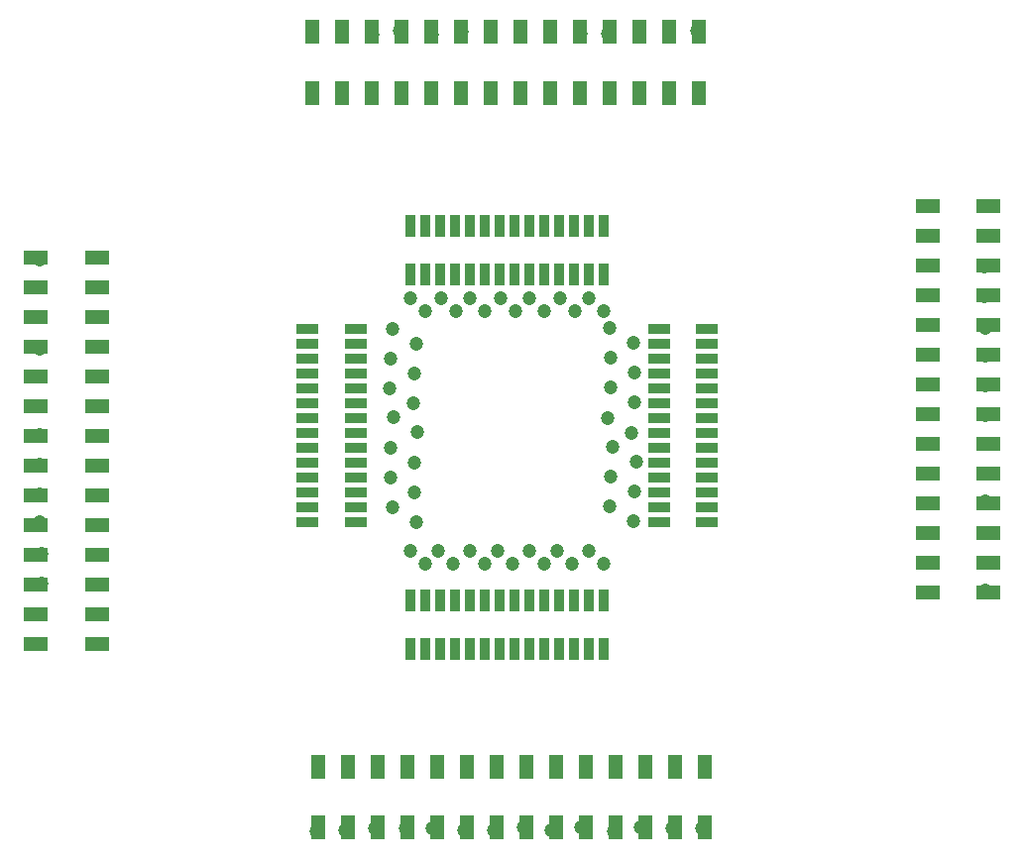
<source format=gts>
G04*
G04 #@! TF.GenerationSoftware,Altium Limited,Altium Designer,23.6.0 (18)*
G04*
G04 Layer_Color=8388736*
%FSLAX44Y44*%
%MOMM*%
G71*
G04*
G04 #@! TF.SameCoordinates,14FF5C31-A8A2-4FAE-BB4F-38B74BC4A96C*
G04*
G04*
G04 #@! TF.FilePolarity,Negative*
G04*
G01*
G75*
%ADD15R,2.0032X1.2032*%
%ADD16R,0.9432X1.9032*%
%ADD17R,1.2032X2.0032*%
%ADD18R,1.9032X0.9432*%
%ADD19C,1.2032*%
D15*
X843350Y262890D02*
D03*
Y288290D02*
D03*
X895350Y262890D02*
D03*
Y288290D02*
D03*
X843350Y339090D02*
D03*
X895350D02*
D03*
X843350Y364490D02*
D03*
X895350D02*
D03*
X843350Y440690D02*
D03*
X895350D02*
D03*
X843350Y491490D02*
D03*
X895350D02*
D03*
X843350Y567690D02*
D03*
X895350D02*
D03*
X843350Y593090D02*
D03*
X895350D02*
D03*
Y542290D02*
D03*
X843350D02*
D03*
X895350Y516890D02*
D03*
X843350D02*
D03*
X895350Y466090D02*
D03*
X843350D02*
D03*
X895350Y415290D02*
D03*
X843350D02*
D03*
X895350Y389890D02*
D03*
X843350D02*
D03*
X895350Y313690D02*
D03*
X843350D02*
D03*
X81950Y218440D02*
D03*
Y243840D02*
D03*
X133950Y218440D02*
D03*
Y243840D02*
D03*
X81950Y294640D02*
D03*
X133950D02*
D03*
X81950Y320040D02*
D03*
X133950D02*
D03*
X81950Y396240D02*
D03*
X133950D02*
D03*
X81950Y447040D02*
D03*
X133950D02*
D03*
X81950Y523240D02*
D03*
X133950D02*
D03*
X81950Y548640D02*
D03*
X133950D02*
D03*
Y497840D02*
D03*
X81950D02*
D03*
X133950Y472440D02*
D03*
X81950D02*
D03*
X133950Y421640D02*
D03*
X81950D02*
D03*
X133950Y370840D02*
D03*
X81950D02*
D03*
X133950Y345440D02*
D03*
X81950D02*
D03*
X133950Y269240D02*
D03*
X81950D02*
D03*
D16*
X465240Y214580D02*
D03*
X477940D02*
D03*
X465240Y255580D02*
D03*
X477940D02*
D03*
X490640Y214580D02*
D03*
Y255580D02*
D03*
X566840Y214580D02*
D03*
Y255580D02*
D03*
X554140D02*
D03*
X541440D02*
D03*
X554140Y214580D02*
D03*
X541440D02*
D03*
X528740Y255580D02*
D03*
Y214580D02*
D03*
X516040Y255580D02*
D03*
X503340D02*
D03*
X516040Y214580D02*
D03*
X503340D02*
D03*
X452540Y255580D02*
D03*
X439840D02*
D03*
X427140D02*
D03*
X414440D02*
D03*
X401740D02*
D03*
X452540Y214580D02*
D03*
X439840D02*
D03*
X427140D02*
D03*
X414440D02*
D03*
X401740D02*
D03*
X465240Y534580D02*
D03*
X477940D02*
D03*
X465240Y575580D02*
D03*
X477940D02*
D03*
X490640Y534580D02*
D03*
Y575580D02*
D03*
X566840Y534580D02*
D03*
Y575580D02*
D03*
X554140D02*
D03*
X541440D02*
D03*
X554140Y534580D02*
D03*
X541440D02*
D03*
X528740Y575580D02*
D03*
Y534580D02*
D03*
X516040Y575580D02*
D03*
X503340D02*
D03*
X516040Y534580D02*
D03*
X503340D02*
D03*
X452540Y575580D02*
D03*
X439840D02*
D03*
X427140D02*
D03*
X414440D02*
D03*
X401740D02*
D03*
X452540Y534580D02*
D03*
X439840D02*
D03*
X427140D02*
D03*
X414440D02*
D03*
X401740D02*
D03*
D17*
X652780Y61630D02*
D03*
X627380D02*
D03*
X652780Y113630D02*
D03*
X627380D02*
D03*
X576580Y61630D02*
D03*
Y113630D02*
D03*
X551180Y61630D02*
D03*
Y113630D02*
D03*
X474980Y61630D02*
D03*
Y113630D02*
D03*
X424180Y61630D02*
D03*
Y113630D02*
D03*
X347980Y61630D02*
D03*
Y113630D02*
D03*
X322580Y61630D02*
D03*
Y113630D02*
D03*
X373380D02*
D03*
Y61630D02*
D03*
X398780Y113630D02*
D03*
Y61630D02*
D03*
X449580Y113630D02*
D03*
Y61630D02*
D03*
X500380Y113630D02*
D03*
Y61630D02*
D03*
X525780Y113630D02*
D03*
Y61630D02*
D03*
X601980Y113630D02*
D03*
Y61630D02*
D03*
X647700Y689610D02*
D03*
X622300D02*
D03*
X647700Y741610D02*
D03*
X622300D02*
D03*
X571500Y689610D02*
D03*
Y741610D02*
D03*
X546100Y689610D02*
D03*
Y741610D02*
D03*
X469900Y689610D02*
D03*
Y741610D02*
D03*
X419100Y689610D02*
D03*
Y741610D02*
D03*
X342900Y689610D02*
D03*
Y741610D02*
D03*
X317500Y689610D02*
D03*
Y741610D02*
D03*
X368300D02*
D03*
Y689610D02*
D03*
X393700Y741610D02*
D03*
Y689610D02*
D03*
X444500Y741610D02*
D03*
Y689610D02*
D03*
X495300Y741610D02*
D03*
Y689610D02*
D03*
X520700Y741610D02*
D03*
Y689610D02*
D03*
X596900Y741610D02*
D03*
Y689610D02*
D03*
D18*
X313790Y424130D02*
D03*
Y411430D02*
D03*
X354790Y424130D02*
D03*
Y411430D02*
D03*
X313790Y398730D02*
D03*
X354790D02*
D03*
X313790Y322530D02*
D03*
X354790D02*
D03*
Y335230D02*
D03*
Y347930D02*
D03*
X313790Y335230D02*
D03*
Y347930D02*
D03*
X354790Y360630D02*
D03*
X313790D02*
D03*
X354790Y373330D02*
D03*
Y386030D02*
D03*
X313790Y373330D02*
D03*
Y386030D02*
D03*
X354790Y436830D02*
D03*
Y449530D02*
D03*
Y462230D02*
D03*
Y474930D02*
D03*
Y487630D02*
D03*
X313790Y436830D02*
D03*
Y449530D02*
D03*
Y462230D02*
D03*
Y474930D02*
D03*
Y487630D02*
D03*
X613790Y424130D02*
D03*
Y411430D02*
D03*
X654790Y424130D02*
D03*
Y411430D02*
D03*
X613790Y398730D02*
D03*
X654790D02*
D03*
X613790Y322530D02*
D03*
X654790D02*
D03*
Y335230D02*
D03*
Y347930D02*
D03*
X613790Y335230D02*
D03*
Y347930D02*
D03*
X654790Y360630D02*
D03*
X613790D02*
D03*
X654790Y373330D02*
D03*
Y386030D02*
D03*
X613790Y373330D02*
D03*
Y386030D02*
D03*
X654790Y436830D02*
D03*
Y449530D02*
D03*
Y462230D02*
D03*
Y474930D02*
D03*
Y487630D02*
D03*
X613790Y436830D02*
D03*
Y449530D02*
D03*
Y462230D02*
D03*
Y474930D02*
D03*
Y487630D02*
D03*
D19*
X566420Y287020D02*
D03*
X553720Y298450D02*
D03*
X527050D02*
D03*
X539750Y287020D02*
D03*
X488950D02*
D03*
X476250Y298450D02*
D03*
X502920D02*
D03*
X515620Y287020D02*
D03*
X438150D02*
D03*
X425450Y298450D02*
D03*
X452120D02*
D03*
X464820Y287020D02*
D03*
X401320Y298450D02*
D03*
X414020Y287020D02*
D03*
X650240Y60960D02*
D03*
X624840D02*
D03*
X598170Y62230D02*
D03*
X575310Y58420D02*
D03*
X547370Y62230D02*
D03*
X521970Y59690D02*
D03*
X497840Y62230D02*
D03*
X472440Y59690D02*
D03*
X447040D02*
D03*
X420370Y60960D02*
D03*
X397510D02*
D03*
X370840D02*
D03*
X345440Y59690D02*
D03*
X321310Y58420D02*
D03*
X646430Y742950D02*
D03*
X622300Y741680D02*
D03*
X596900Y740410D02*
D03*
X570230D02*
D03*
X547370D02*
D03*
X520700Y741680D02*
D03*
X495300D02*
D03*
X469900Y739140D02*
D03*
X445770Y741680D02*
D03*
X420370Y739140D02*
D03*
X392430Y742950D02*
D03*
X369570Y739140D02*
D03*
X342900Y740410D02*
D03*
X317500D02*
D03*
X553720Y514350D02*
D03*
X566420Y502920D02*
D03*
X502920Y514350D02*
D03*
X515620Y502920D02*
D03*
X542290D02*
D03*
X529590Y514350D02*
D03*
X452120D02*
D03*
X464820Y502920D02*
D03*
X491490D02*
D03*
X478790Y514350D02*
D03*
X427990D02*
D03*
X440690Y502920D02*
D03*
X414020D02*
D03*
X401320Y514350D02*
D03*
X591820Y323850D02*
D03*
X571500Y336550D02*
D03*
X572770Y361950D02*
D03*
X593090Y349250D02*
D03*
X574040Y387350D02*
D03*
X594360Y374650D02*
D03*
X570230Y411480D02*
D03*
X590550Y398780D02*
D03*
X572770Y438150D02*
D03*
X593090Y425450D02*
D03*
X572770Y463550D02*
D03*
X593090Y450850D02*
D03*
X571500Y488950D02*
D03*
X591820Y476250D02*
D03*
X892810Y264160D02*
D03*
X895350Y288290D02*
D03*
X894080Y313690D02*
D03*
X892810Y340360D02*
D03*
Y364490D02*
D03*
X894080Y389890D02*
D03*
X892810Y414020D02*
D03*
Y439420D02*
D03*
Y464820D02*
D03*
Y488950D02*
D03*
X891540Y515620D02*
D03*
Y541020D02*
D03*
X894080Y567690D02*
D03*
X895350Y593090D02*
D03*
X82550Y218440D02*
D03*
X83820Y243840D02*
D03*
X86360Y270510D02*
D03*
Y295910D02*
D03*
X85090Y322580D02*
D03*
Y346710D02*
D03*
Y372110D02*
D03*
Y397510D02*
D03*
X83820Y421640D02*
D03*
X85090Y447040D02*
D03*
Y471170D02*
D03*
X83820Y497840D02*
D03*
X82550Y523240D02*
D03*
X85090Y547370D02*
D03*
X386080Y335280D02*
D03*
X406400Y322580D02*
D03*
X384810Y360680D02*
D03*
X405130Y347980D02*
D03*
X384810Y386080D02*
D03*
X405130Y373380D02*
D03*
X387350Y412750D02*
D03*
X407670Y400050D02*
D03*
X383540Y436880D02*
D03*
X403860Y424180D02*
D03*
X384810Y462280D02*
D03*
X405130Y449580D02*
D03*
X406400Y474980D02*
D03*
X386080Y487680D02*
D03*
M02*

</source>
